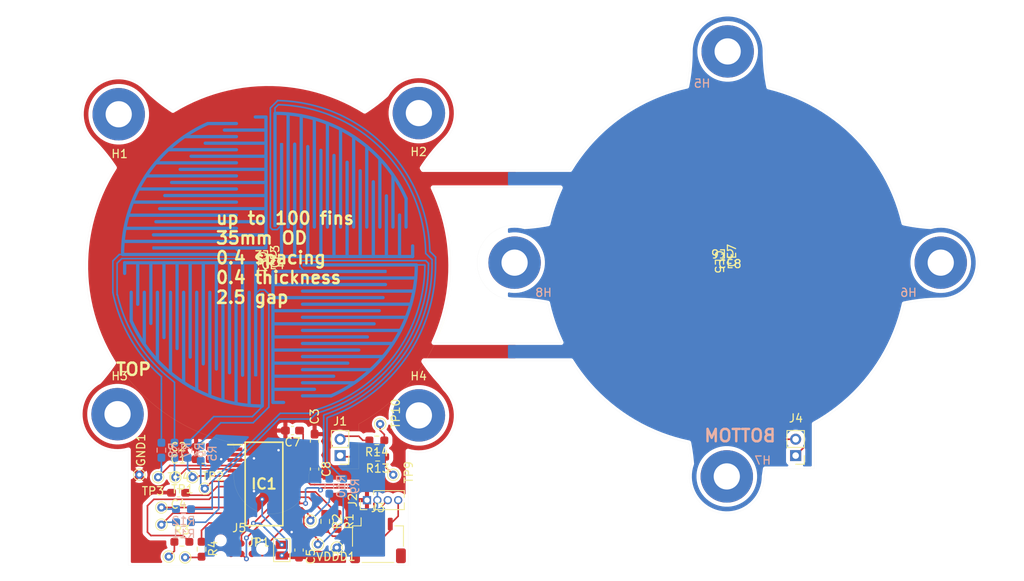
<source format=kicad_pcb>
(kicad_pcb (version 20241229) (generator "pcbnew") (generator_version "9.0")
  (layers (0 "F.Cu" signal) (2 "B.Cu" signal) (13 "F.Paste" user) (15 "B.Paste" user) (5 "F.SilkS" user "F.Silkscreen") (7 "B.SilkS" user "B.Silkscreen") (1 "F.Mask" user) (3 "B.Mask" user) (25 "Edge.Cuts" user))
  (net 0 "")
  (net 1 "Net-(IC1-VCCD)")
  (net 2 "GND")
  (net 3 "VDD")
  (net 4 "Net-(IC1-P5.2)")
  (net 5 "Net-(IC1-P5.3)")
  (net 6 "Net-(IC1-P5.0)")
  (net 7 "Net-(CE1-Pad2)")
  (net 8 "Net-(CE1-Pad1)")
  (net 9 "Net-(CE2-Pad2)")
  (net 10 "Net-(CE2-Pad1)")
  (net 15 "Net-(CE3-Pad1)")
  (net 16 "Net-(CE3-Pad2)")
  (net 17 "Net-(CE4-Pad1)")
  (net 18 "Net-(CE4-Pad2)")
  (net 19 "CAP3B")
  (net 20 "CAP2A")
  (net 22 "Net-(IC1-P0.1)")
  (net 27 "CAP0B")
  (net 28 "/RESET")
  (net 29 "Net-(IC1-P3.7)")
  (net 30 "CAP0A")
  (net 31 "CAP4A")
  (net 32 "Net-(IC1-P0.0)")
  (net 33 "CAP1A")
  (net 34 "CAP2B")
  (net 35 "CAP4B")
  (net 36 "Net-(IC1-P2.1)")
  (net 37 "Net-(IC1-P3.6)")
  (net 38 "CAP1B")
  (net 39 "Net-(IC1-P2.0)")
  (net 40 "CAP3A")
  (net 41 "SCL")
  (net 42 "SDA")
  (net 43 "/UART_TX")
  (net 44 "/UART_RX")
  (net 45 "Net-(J1-Pin_1)")
  (net 46 "Net-(J1-Pin_2)")
  (footprint "ECE382N:04W_04S_COIL_BACK" (layer "F.Cu") (at 186.462915 50.091 180)
    (property "Reference" "CE2")
    (property "Value" "C")
  )
  (footprint "MountingHole:MountingHole_3.2mm_M3_Pad" (layer "F.Cu") (at 216.813046 51.087283)
    (property "Reference" "H8")
    (property "Value" "~")
  )
  (footprint "ECE382N:04W_04S_COIL_BACK" (layer "F.Cu") (at 187.567915 50.341 90)
    (property "Reference" "CE3")
    (property "Value" "C")
  )
  (footprint "Capacitor_SMD:C_0603_1608Metric_Pad1.08x0.95mm_HandSolder" (layer "F.Cu") (at 175.8 79.2 180)
    (property "Reference" "C4")
    (property "Value" "0.1uF")
  )
  (footprint "TestPoint:TestPoint_THTPad_D1.0mm_Drill0.5mm" (layer "F.Cu") (at 177.5 77.3)
    (property "Reference" "TP2")
    (property "Value" "TestPoint")
  )
  (footprint "MountingHole:MountingHole_3.2mm_M3_Pad" (layer "F.Cu") (at 242.822646 25.280883)
    (property "Reference" "H5")
    (property "Value" "~")
  )
  (footprint "Resistor_SMD:R_0603_1608Metric_Pad0.98x0.95mm_HandSolder" (layer "F.Cu") (at 200 72.8 180)
    (property "Reference" "R14")
    (property "Value" "560")
  )
  (footprint "Connector_PinHeader_1.27mm:PinHeader_1x04_P1.27mm_Vertical" (layer "F.Cu") (at 198.795 80.1 90)
    (property "Reference" "J2")
    (property "Value" "Conn_01x04")
  )
  (footprint "Capacitor_SMD:C_0603_1608Metric_Pad1.08x0.95mm_HandSolder" (layer "F.Cu") (at 178.8 75.1 180)
    (property "Reference" "C1")
    (property "Value" "0.1uF")
  )
  (footprint "ECE382N:04W_04S_COIL_FRONT" (layer "F.Cu") (at 242.23072 49.976 180)
    (property "Reference" "CE6")
    (property "Value" "C")
  )
  (footprint "Connector_PinHeader_2.00mm:PinHeader_1x02_P2.00mm_Vertical" (layer "F.Cu") (at 251.121 74.66 180)
    (property "Reference" "J4")
    (property "Value" "Conn_01x02")
  )
  (footprint "TestPoint:TestPoint_THTPad_D1.0mm_Drill0.5mm" (layer "F.Cu") (at 175.4 77.3 180)
    (property "Reference" "TP3")
    (property "Value" "TestPoint")
  )
  (footprint "ECE382N:04W_04S_COIL_FRONT" (layer "F.Cu") (at 243.33572 50.226 90)
    (property "Reference" "CE7")
    (property "Value" "C")
  )
  (footprint "Jumper:SolderJumper-2_P1.3mm_Open_Pad1.0x1.5mm" (layer "F.Cu") (at 188.4 86.2125 90)
    (property "Reference" "JP1")
    (property "Value" "SolderJumper_2_Open")
  )
  (footprint "Capacitor_SMD:C_0603_1608Metric_Pad1.08x0.95mm_HandSolder" (layer "F.Cu") (at 192.4 72.9 90)
    (property "Reference" "C3")
    (property "Value" "2.2n")
  )
  (footprint "TestPoint:TestPoint_THTPad_D1.0mm_Drill0.5mm" (layer "F.Cu") (at 173.7 81 180)
    (property "Reference" "TP8" (hide yes))
    (property "Value" "TestPoint")
  )
  (footprint "TestPoint:TestPoint_THTPad_D1.0mm_Drill0.5mm" (layer "F.Cu") (at 202 77 180)
    (property "Reference" "TP9")
    (property "Value" "TestPoint")
  )
  (footprint "MountingHole:MountingHole_3.2mm_M3_Pad" (layer "F.Cu") (at 168.491566 32.958434)
    (property "Reference" "H1")
    (property "Value" "~")
  )
  (footprint "Connector_PinHeader_2.00mm:PinHeader_1x02_P2.00mm_Vertical" (layer "F.Cu") (at 195.5161 74.66 180)
    (property "Reference" "J1")
    (property "Value" "Conn_01x02" (hide yes))
  )
  (footprint "Connector_JST:JST_SH_SM04B-SRSS-TB_1x04-1MP_P1.00mm_Horizontal" (layer "F.Cu") (at 200.137801 85.026409)
    (property "Reference" "J3")
    (property "Value" "Conn_01x04")
  )
  (footprint "MountingHole:MountingHole_3.2mm_M3_Pad" (layer "F.Cu") (at 268.832246 51.087283)
    (property "Reference" "H6")
    (property "Value" "~")
  )
  (footprint "ECE382N:SOP65P780X200-28N" (layer "F.Cu") (at 186.223505 78.125)
    (property "Reference" "IC1")
    (property "Value" "CY8C4145PVI-PS431" (hide yes))
  )
  (footprint "TestPoint:TestPoint_THTPad_D1.0mm_Drill0.5mm" (layer "F.Cu") (at 173.3 77.3 180)
    (property "Reference" "TP4")
    (property "Value" "TestPoint")
  )
  (footprint "MountingHole:MountingHole_3.2mm_M3_Pad" (layer "F.Cu") (at 205.131046 69.749583)
    (property "Reference" "H4")
    (property "Value" "~")
  )
  (footprint "ECE382N:04W_04S_COIL_BACK" (layer "F.Cu") (at 186.012915 51.102 -90)
    (property "Reference" "CE1")
    (property "Value" "C")
  )
  (footprint "TestPoint:TestPoint_THTPad_D1.0mm_Drill0.5mm" (layer "F.Cu") (at 192.8 85.5 90)
    (property "Reference" "TP5" (hide yes))
    (property "Value" "TestPoint")
  )
  (footprint "Resistor_SMD:R_0603_1608Metric_Pad0.98x0.95mm_HandSolder" (layer "F.Cu") (at 176.2 85.2)
    (property "Reference" "R3")
    (property "Value" "330")
  )
  (footprint "TestPoint:TestPoint_THTPad_D1.0mm_Drill0.5mm" (layer "F.Cu") (at 174.6 87)
    (property "Reference" "TP11" (hide yes))
    (property "Value" "TestPoint")
  )
  (footprint "TestPoint:TestPoint_THTPad_D1.0mm_Drill0.5mm" (layer "F.Cu") (at 191.9 82.6)
    (property "Reference" "TP6" (hide yes))
    (property "Value" "TestPoint")
  )
  (footprint "ECE382N:04W_04S_COIL_BACK" (layer "F.Cu") (at 187.317915 51.362)
    (property "Reference" "CE4")
    (property "Value" "C")
  )
  (footprint "TestPoint:TestPoint_THTPad_D1.0mm_Drill0.5mm" (layer "F.Cu") (at 200.4 70.8 180)
    (property "Reference" "TP10")
    (property "Value" "TestPoint")
  )
  (footprint "Resistor_SMD:R_0603_1608Metric_Pad0.98x0.95mm_HandSolder" (layer "F.Cu") (at 178.6 86.1 90)
    (property "Reference" "R4")
    (property "Value" "330")
  )
  (footprint "Capacitor_SMD:C_0603_1608Metric_Pad1.08x0.95mm_HandSolder" (layer "F.Cu") (at 192.4 76.3 -90)
    (property "Reference" "C8")
    (property "Value" "470n")
  )
  (footprint "Resistor_SMD:R_0603_1608Metric_Pad0.98x0.95mm_HandSolder" (layer "F.Cu") (at 195.2 82.7 -90)
    (property "Reference" "R1")
    (property "Value" "330")
  )
  (footprint "TestPoint:TestPoint_THTPad_D1.0mm_Drill0.5mm" (layer "F.Cu") (at 173.7 83.1 180)
    (property "Reference" "TP7" (hide yes))
    (property "Value" "TestPoint")
  )
  (footprint "ECE382N:04W_04S_COIL_FRONT" (layer "F.Cu") (at 243.08572 51.247)
    (property "Reference" "CE8")
    (property "Value" "C")
  )
  (footprint "Connector:Tag-Connect_TC2030-IDC-NL_2x03_P1.27mm_Vertical" (layer "F.Cu") (at 183.47 86.035 180)
    (property "Reference" "J5")
    (property "Value" "Conn_ARM_SWD_TagConnect_TC2030-NL")
  )
  (footprint "TestPoint:TestPoint_THTPad_D1.0mm_Drill0.5mm" (layer "F.Cu") (at 195.1 85.9 180)
    (property "Reference" "VDDD1")
    (property "Value" "TestPoint")
  )
  (footprint "ECE382N:04W_04S_COIL_FRONT" (layer "F.Cu") (at 241.78072 50.987 -90)
    (property "Reference" "CE5")
    (property "Value" "C")
  )
  (footprint "Capacitor_SMD:C_0603_1608Metric_Pad1.08x0.95mm_HandSolder" (layer "F.Cu") (at 190.5 86.2 -90)
    (property "Reference" "C5")
    (property "Value" "1uF")
  )
  (footprint "MountingHole:MountingHole_3.2mm_M3_Pad" (layer "F.Cu") (at 168.347876 69.597883)
    (property "Reference" "H3")
    (property "Value" "~")
  )
  (footprint "MountingHole:MountingHole_3.2mm_M3_Pad" (layer "F.Cu") (at 242.715396 77.204133)
    (property "Reference" "H7")
    (property "Value" "~")
  )
  (footprint "Resistor_SMD:R_0603_1608Metric_Pad0.98x0.95mm_HandSolder" (layer "F.Cu") (at 193.7 82.7 -90)
    (property "Reference" "R2")
    (property "Value" "330")
  )
  (footprint "TestPoint:TestPoint_THTPad_D1.0mm_Drill0.5mm" (layer "F.Cu") (at 176.6 87.1)
    (property "Reference" "TP12" (hide yes))
    (property "Value" "TestPoint")
  )
  (footprint "TestPoint:TestPoint_THTPad_D1.0mm_Drill0.5mm" (layer "F.Cu") (at 171 77 -90)
    (property "Reference" "GND1")
    (property "Value" "TestPoint")
  )
  (footprint "Resistor_SMD:R_0603_1608Metric_Pad0.98x0.95mm_HandSolder" (layer "F.Cu") (at 200.1 74.8 180)
    (property "Reference" "R13")
    (property "Value" "560")
  )
  (footprint "Capacitor_SMD:C_0603_1608Metric_Pad1.08x0.95mm_HandSolder" (layer "F.Cu") (at 178.8 73.6 180)
    (property "Reference" "C2")
    (property "Value" "0.1uF")
  )
  (footprint "Capacitor_SMD:C_0603_1608Metric_Pad1.08x0.95mm_HandSolder" (layer "F.Cu") (at 189.7 71.6 180)
    (property "Reference" "C7")
    (property "Value" "470n")
  )
  (footprint "MountingHole:MountingHole_3.2mm_M3_Pad" (layer "F.Cu") (at 205.131006 32.814753)
    (property "Reference" "H2")
    (property "Value" "~")
  )
  (footprint "TestPoint:TestPoint_THTPad_D1.0mm_Drill0.5mm" (layer "F.Cu") (at 179 78.7)
    (property "Reference" "TP1")
    (property "Value" "TestPoint")
  )
  (footprint "Resistor_SMD:R_0603_1608Metric_Pad0.98x0.95mm_HandSolder" (layer "B.Cu") (at 176.4 82.8)
    (property "Reference" "R11")
    (property "Value" "560")
  )
  (footprint "Resistor_SMD:R_0603_1608Metric_Pad0.98x0.95mm_HandSolder" (layer "B.Cu") (at 178.5 74.4 90)
    (property "Reference" "R5")
    (property "Value" "560")
  )
  (footprint "Resistor_SMD:R_0603_1608Metric_Pad0.98x0.95mm_HandSolder" (layer "B.Cu") (at 173.7 74 90)
    (property "Reference" "R8")
    (property "Value" "560")
  )
  (footprint "Resistor_SMD:R_0603_1608Metric_Pad0.98x0.95mm_HandSolder" (layer "B.Cu") (at 176.4 81.2)
    (property "Reference" "R12")
    (property "Value" "560")
  )
  (footprint "Resistor_SMD:R_0603_1608Metric_Pad0.98x0.95mm_HandSolder" (layer "B.Cu") (at 176.9 74 90)
    (property "Reference" "R6")
    (property "Value" "560")
  )
  (footprint "Resistor_SMD:R_0603_1608Metric_Pad0.98x0.95mm_HandSolder" (layer "B.Cu") (at 194.2 78.4 90)
    (property "Reference" "R10")
    (property "Value" "560")
  )
  (footprint "Resistor_SMD:R_0603_1608Metric_Pad0.98x0.95mm_HandSolder" (layer "B.Cu") (at 175.3 74 90)
    (property "Reference" "R7")
    (property "Value" "560")
  )
  (footprint "Resistor_SMD:R_0603_1608Metric_Pad0.98x0.95mm_HandSolder" (layer "B.Cu") (at 195.9 78.4 90)
    (property "Reference" "R9")
    (property "Value" "560")
  )
  (gr_arc (start 242.08072 69.342) (mid 230.199447 65.004107) (end 223.908189 54.03133) (stroke (width 0.2)) (layer "F.Cu") (net 46))
  (gr_arc (start 223.91414 49.4792) (mid 228.126513 38.052858) (end 238.543406 31.744623) (stroke (width 0.2)) (layer "F.Cu") (net 46))
  (gr_arc (start 243.699965 31.736812) (mid 256.40309 37.032601) (end 261.9 49.65) (stroke (width 0.2)) (layer "F.Cu") (net 46))
  (gr_arc (start 175.173714 65.593) (mid 170.840753 60.927946) (end 168.352995 55.0672) (stroke (width 0.2)) (layer "B.Cu") (net 10))
  (gr_arc (start 205.863053 51.565005) (mid 202.033397 62.585608) (end 192.366431 69.117799) (stroke (width 0.2)) (layer "B.Cu") (net 18))
  (gr_arc (start 207.166597 51.155728) (mid 203.591214 62.679511) (end 194 70) (stroke (width 0.2)) (layer "B.Cu") (net 15))
  (gr_arc (start 187.882195 31.286187) (mid 200.876977 36.761217) (end 206.469101 49.70604) (stroke (width 0.2)) (layer "B.Cu") (net 15))
  (gr_arc (start 187.963946 31.797564) (mid 200.635265 37.240356) (end 205.964164 49.96) (stroke (width 0.2)) (layer "B.Cu") (net 16))
  (gr_arc (start 173.7 65) (mid 169.904174 60.343148) (end 167.776338 54.724707) (stroke (width 0.2)) (layer "B.Cu") (net 9))
  (gr_arc (start 206.299177 51.353274) (mid 202.486677 62.707486) (end 192.620041 69.497405) (stroke (width 0.2)) (layer "B.Cu") (net 17))
  (gr_arc (start 206.735478 51.155121) (mid 203.151587 62.548483) (end 193.569796 69.678858) (stroke (width 0.2)) (layer "B.Cu") (net 16))
  (gr_arc (start 208.766824 56.123035) (mid 204.854234 64.641913) (end 197.784146 70.797682) (stroke (width 0.008)) (layer "F.SilkS"))
  (gr_arc (start 182.464917 73.10369) (mid 174.257781 69.560132) (end 168.103842 63.076083) (stroke (width 0.008)) (layer "F.SilkS"))
  (gr_line (start 197.784146 70.797682) (end 197.784146 76.284083) (stroke (width 0.008)) (layer "F.SilkS"))
  (gr_line (start 197.784146 76.284083) (end 191.814195 76.284083) (stroke (width 0.008)) (layer "F.SilkS"))
  (gr_line (start 191.676799 77.182719) (end 191.814195 76.284083) (stroke (width 0.008)) (layer "F.SilkS"))
  (gr_arc (start 191.676799 77.182719) (mid 186.3339 81.703965) (end 182.815522 75.653404) (stroke (width 0.008)) (layer "F.SilkS"))
  (gr_arc (start 182.464917 73.10369) (mid 182.678102 74.373338) (end 182.815522 75.653404) (stroke (width 0.008)) (layer "F.SilkS"))
  (gr_arc (start 216.813046 55.653635) (mid 212.2889 50.467868) (end 218.040426 46.688975) (stroke (width 0.008)) (layer "Edge.Cuts"))
  (gr_line (start 206.966778 60.840883) (end 222.487259 60.840883) (stroke (width 0.008)) (layer "Edge.Cuts"))
  (gr_arc (start 165.262667 36.187333) (mid 166.696577 37.771834) (end 167.965653 39.49119) (stroke (width 0.008)) (layer "Edge.Cuts"))
  (gr_arc (start 222.487259 60.840883) (mid 221.529753 58.483548) (end 220.847236 56.032423) (stroke (width 0.008)) (layer "Edge.Cuts"))
  (gr_line (start 203.808246 88.069683) (end 203.808246 74.120137) (stroke (width 0.008)) (layer "Edge.Cuts"))
  (gr_arc (start 175.107991 32.487779) (mid 173.343807 31.195145) (end 171.720464 29.729536) (stroke (width 0.008)) (layer "Edge.Cuts"))
  (gr_arc (start 238.256294 25.280883) (mid 242.822646 20.714531) (end 247.388998 25.280883) (stroke (width 0.008)) (layer "Edge.Cuts"))
  (gr_line (start 208.344731 66.505547) (end 207.806458 65.772968) (stroke (width 0.008)) (layer "Edge.Cuts"))
  (gr_arc (start 247.281699 77.182719) (mid 241.9388 81.703965) (end 238.420422 75.653404) (stroke (width 0.008)) (layer "Edge.Cuts"))
  (gr_arc (start 267.604866 46.688975) (mid 273.356392 50.467868) (end 268.832246 55.653635) (stroke (width 0.008)) (layer "Edge.Cuts"))
  (gr_arc (start 223.583609 39.708083) (mid 229.665648 33.160005) (end 237.831414 29.528363) (stroke (width 0.008)) (layer "Edge.Cuts"))
  (gr_arc (start 220.895547 46.331918) (mid 219.473982 46.558391) (end 218.040426 46.688975) (stroke (width 0.008)) (layer "Edge.Cuts"))
  (gr_arc (start 264.371724 56.123035) (mid 266.58967 55.771307) (end 268.832246 55.653635) (stroke (width 0.008)) (layer "Edge.Cuts"))
  (gr_arc (start 216.813046 55.653635) (mid 218.839013 55.748539) (end 220.847236 56.032423) (stroke (width 0.008)) (layer "Edge.Cuts"))
  (gr_arc (start 205.537759 39.52963) (mid 205.594166 39.618724) (end 205.65015 39.708083) (stroke (width 0.008)) (layer "Edge.Cuts"))
  (gr_arc (start 267.604866 46.688975) (mid 265.955471 46.530284) (end 264.323254 46.244706) (stroke (width 0.008)) (layer "Edge.Cuts"))
  (gr_arc (start 175.107991 32.487779) (mid 186.826148 29.211232) (end 198.518452 32.57887) (stroke (width 0.008)) (layer "Edge.Cuts"))
  (gr_line (start 253.389046 70.797682) (end 253.389046 76.284083) (stroke (width 0.008)) (layer "Edge.Cuts"))
  (gr_line (start 169.670646 73.968446) (end 169.670646 88.069683) (stroke (width 0.008)) (layer "Edge.Cuts"))
  (gr_arc (start 238.256294 25.280883) (mid 238.149809 27.415222) (end 237.831414 29.528363) (stroke (width 0.008)) (layer "Edge.Cuts"))
  (gr_arc (start 201.153049 30.572566) (mid 207.892066 29.177708) (end 208.359909 36.043649) (stroke (width 0.008)) (layer "Edge.Cuts"))
  (gr_arc (start 247.833969 29.626599) (mid 247.500531 27.465102) (end 247.388998 25.280883) (stroke (width 0.008)) (layer "Edge.Cuts"))
  (gr_arc (start 207.806458 65.772968) (mid 206.71664 64.502747) (end 205.729285 63.151349) (stroke (width 0.008)) (layer "Edge.Cuts"))
  (gr_line (start 223.708742 63.076083) (end 205.775282 63.076083) (stroke (width 0.008)) (layer "Edge.Cuts"))
  (gr_arc (start 201.153049 30.572566) (mid 199.874538 31.626653) (end 198.518452 32.57887) (stroke (width 0.008)) (layer "Edge.Cuts"))
  (gr_arc (start 205.775282 63.076083) (mid 205.752322 63.113739) (end 205.729285 63.151349) (stroke (width 0.008)) (layer "Edge.Cuts"))
  (gr_arc (start 205.537759 39.52963) (mid 206.857374 37.712596) (end 208.359909 36.043649) (stroke (width 0.008)) (layer "Edge.Cuts"))
  (gr_line (start 205.65015 39.708083) (end 223.583609 39.708083) (stroke (width 0.008)) (layer "Edge.Cuts"))
  (gr_arc (start 264.371724 56.123035) (mid 260.459134 64.641913) (end 253.389046 70.797682) (stroke (width 0.008)) (layer "Edge.Cuts"))
  (gr_arc (start 238.069817 73.10369) (mid 229.862681 69.560132) (end 223.708742 63.076083) (stroke (width 0.008)) (layer "Edge.Cuts"))
  (gr_arc (start 208.344731 66.505547) (mid 209.053974 72.086716) (end 203.808246 74.120137) (stroke (width 0.008)) (layer "Edge.Cuts"))
  (gr_arc (start 238.069817 73.10369) (mid 238.283002 74.373338) (end 238.420422 75.653404) (stroke (width 0.008)) (layer "Edge.Cuts"))
  (gr_line (start 222.392107 41.943283) (end 206.871633 41.943283) (stroke (width 0.008)) (layer "Edge.Cuts"))
  (gr_line (start 247.281699 77.182719) (end 247.419095 76.284083) (stroke (width 0.008)) (layer "Edge.Cuts"))
  (gr_arc (start 206.871633 41.943283) (mid 209.021783 51.381497) (end 206.966778 60.840883) (stroke (width 0.008)) (layer "Edge.Cuts"))
  (gr_arc (start 220.895547 46.331918) (mid 221.529363 44.098566) (end 222.392107 41.943283) (stroke (width 0.008)) (layer "Edge.Cuts"))
  (gr_arc (start 169.670646 73.968446) (mid 164.148379 71.391131) (end 166.105697 65.619918) (stroke (width 0.008)) (layer "Edge.Cuts"))
  (gr_line (start 169.670646 88.069683) (end 203.808246 88.069683) (stroke (width 0.008)) (layer "Edge.Cuts"))
  (gr_arc (start 165.262667 36.187333) (mid 165.262667 29.729535) (end 171.720464 29.729536) (stroke (width 0.008)) (layer "Edge.Cuts"))
  (gr_arc (start 167.872095 63.348564) (mid 164.456998 51.406301) (end 167.965653 39.49119) (stroke (width 0.008)) (layer "Edge.Cuts"))
  (gr_line (start 253.389046 76.284083) (end 247.419095 76.284083) (stroke (width 0.008)) (layer "Edge.Cuts"))
  (gr_arc (start 167.872095 63.348564) (mid 167.027037 64.513902) (end 166.105697 65.619918) (stroke (width 0.008)) (layer "Edge.Cuts"))
  (gr_arc (start 247.833969 29.626599) (mid 258.436826 35.595719) (end 264.323254 46.244706) (stroke (width 0.008)) (layer "Edge.Cuts"))
  (gr_text "TOP" (at 168 65 0) (layer "F.SilkS") (effects (font (size 1.5 1.5) (thickness 0.3) (bold yes)) (justify left bottom)))
  (gr_text "up to 100 fins\n35mm OD\n0.4 spacing\n0.4 thickness\n2.5 gap" (at 180.2 56.2 0) (layer "F.SilkS") (effects (font (size 1.5 1.5) (thickness 0.3) (bold yes)) (justify left bottom)))
  (gr_text "BOTTOM" (at 248.85 73.1 0) (layer "B.SilkS") (effects (font (size 1.5 1.5) (thickness 0.3) (bold yes)) (justify left bottom mirror)))
  (segment (start 180.1 73.9) (end 182.685505 73.9) (width 0.2) (layer "F.Cu") (net 1))
  (segment (start 184.1 79.1) (end 185 80) (width 0.2) (layer "F.Cu") (net 2))
  (segment (start 198.795 82.86921) (end 198.637801 83.026409) (width 0.2) (layer "F.Cu") (net 2))
  (segment (start 198.795 80.1) (end 198.795 82.86921) (width 0.2) (layer "F.Cu") (net 2))
  (segment (start 182.2 84.8) (end 183.699 83.301) (width 0.2) (layer "F.Cu") (net 2))
  (segment (start 185 74) (end 186 74) (width 0.2) (layer "F.Cu") (net 2))
  (segment (start 184.301 82.9661) (end 184.301 82) (width 0.2) (layer "F.Cu") (net 2))
  (segment (start 182.685505 74.55) (end 184.45 74.55) (width 0.2) (layer "F.Cu") (net 2))
  (segment (start 184.301 82) (end 185 82) (width 0.2) (layer "F.Cu") (net 2))
  (segment (start 183.699 83.301) (end 183.9661 83.301) (width 0.2) (layer "F.Cu") (net 2))
  (segment (start 184.45 74.55) (end 185 74) (width 0.2) (layer "F.Cu") (net 2))
  (segment (start 183.9661 83.301) (end 184.301 82.9661) (width 0.2) (layer "F.Cu") (net 2))
  (segment (start 182.685505 79.1) (end 184.1 79.1) (width 0.2) (layer "F.Cu") (net 2))
  (segment (start 182.2 85.4) (end 182.2 84.8) (width 0.2) (layer "F.Cu") (net 2))
  (via (at 186 80) (size 0.6) (drill 0.3) (layers "F.Cu" "B.Cu") (net 2))
  (via (at 188.4 86.862499) (size 0.6) (drill 0.3) (layers "F.Cu" "B.Cu") (net 2))
  (segment (start 189 85) (end 189 86.262499) (width 0.2) (layer "B.Cu") (net 2))
  (segment (start 186 82) (end 189 85) (width 0.2) (layer "B.Cu") (net 2))
  (segment (start 189 86.262499) (end 188.4 86.862499) (width 0.2) (layer "B.Cu") (net 2))
  (segment (start 186 80) (end 186 82) (width 0.2) (layer "B.Cu") (net 2))
  (segment (start 182.685505 75.2) (end 184.8 75.2) (width 0.2) (layer "F.Cu") (net 3))
  (segment (start 182.585505 75.1) (end 182.685505 75.2) (width 0.2) (layer "F.Cu") (net 3))
  (segment (start 179.464686 79.501) (end 180.515686 78.45) (width 0.2) (layer "F.Cu") (net 3))
  (segment (start 179.6625 75.1) (end 181 75.1) (width 0.2) (layer "F.Cu") (net 3))
  (segment (start 195.1 85.9) (end 194.600001 86.399999) (width 0.2) (layer "F.Cu") (net 3))
  (segment (start 176.963501 79.501) (end 179.464686 79.501) (width 0.2) (layer "F.Cu") (net 3))
  (segment (start 181 75.1) (end 182.585505 75.1) (width 0.2) (layer "F.Cu") (net 3))
  (segment (start 184.45 78.45) (end 185 79) (width 0.2) (layer "F.Cu") (net 3))
  (segment (start 180.515686 78.45) (end 182.685505 78.45) (width 0.2) (layer "F.Cu") (net 3))
  (segment (start 189.761505 73.9) (end 188.1 73.9) (width 0.2) (layer "F.Cu") (net 3))
  (segment (start 190.5 85.337499) (end 190.5 84.9) (width 0.2) (layer "F.Cu") (net 3))
  (segment (start 194.600001 86.399999) (end 191.5625 86.399999) (width 0.2) (layer "F.Cu") (net 3))
  (segment (start 200.065 80.1) (end 199.637801 80.527199) (width 0.2) (layer "F.Cu") (net 3))
  (segment (start 188.1 73.9) (end 188 74) (width 0.2) (layer "F.Cu") (net 3))
  (segment (start 184.74 85.4) (end 185.150252 84.989748) (width 0.2) (layer "F.Cu") (net 3))
  (segment (start 176.662501 79.2) (end 176.963501 79.501) (width 0.2) (layer "F.Cu") (net 3))
  (segment (start 189.6 82.511505) (end 189.761505 82.35) (width 0.2) (layer "F.Cu") (net 3))
  (segment (start 185.150252 84.989748) (end 185.999901 84.989748) (width 0.2) (layer "F.Cu") (net 3))
  (segment (start 182.685505 78.45) (end 184.45 78.45) (width 0.2) (layer "F.Cu") (net 3))
  (segment (start 184.8 75.2) (end 185 75) (width 0.2) (layer "F.Cu") (net 3))
  (segment (start 189.6 84) (end 189.6 82.511505) (width 0.2) (layer "F.Cu") (net 3))
  (segment (start 199.637801 80.527199) (end 199.637801 83.026409) (width 0.2) (layer "F.Cu") (net 3))
  (segment (start 191.5625 86.399999) (end 190.5 85.337499) (width 0.2) (layer "F.Cu") (net 3))
  (segment (start 190.5 84.9) (end 189.6 84) (width 0.2) (layer "F.Cu") (net 3))
  (via (at 185 75) (size 0.6) (drill 0.3) (layers "F.Cu" "B.Cu") (net 3))
  (via (at 185.999901 84.989748) (size 0.6) (drill 0.3) (layers "F.Cu" "B.Cu") (net 3))
  (via (at 185 79) (size 0.6) (drill 0.3) (layers "F.Cu" "B.Cu") (net 3))
  (via (at 181 75.1) (size 0.6) (drill 0.3) (layers "F.Cu" "B.Cu") (net 3))
  (via (at 188 74) (size 0.6) (drill 0.3) (layers "F.Cu" "B.Cu") (net 3))
  (via (at 189.6 84) (size 0.6) (drill 0.3) (layers "F.Cu" "B.Cu") (net 3))
  (segment (start 200.065 80.1) (end 200.065 80.935) (width 0.2) (layer "B.Cu") (net 3))
  (segment (start 200 81) (end 199.5 81.5) (width 0.2) (layer "B.Cu") (net 3))
  (segment (start 200.065 80.935) (end 200 81) (width 0.2) (layer "B.Cu") (net 3))
  (segment (start 200.065 80.1) (end 200.065 78.565) (width 0.2) (layer "B.Cu") (net 3))
  (segment (start 192.2 73.737499) (end 190.737499 75.2) (width 0.2) (layer "F.Cu") (net 4))
  (segment (start 190.737499 75.2) (end 189.761505 75.2) (width 0.2) (layer "F.Cu") (net 4))
  (segment (start 191 74.199999) (end 190.649999 74.55) (width 0.2) (layer "F.Cu") (net 5))
  (segment (start 190.562501 71.6) (end 191 72.037499) (width 0.2) (layer "F.Cu") (net 5))
  (segment (start 190.649999 74.55) (end 189.761505 74.55) (width 0.2) (layer "F.Cu") (net 5))
  (segment (start 191 72.037499) (end 191 74.199999) (width 0.2) (layer "F.Cu") (net 5))
  (segment (start 191.987499 75.85) (end 189.761505 75.85) (width 0.2) (layer "F.Cu") (net 6))
  (segment (start 192.4 75.437499) (end 191.987499 75.85) (width 0.2) (layer "F.Cu") (net 6))
  (segment (start 184.8 69.9) (end 180.0875 69.9) (width 0.2) (layer "B.Cu") (net 7))
  (segment (start 186.012915 61.402) (end 186.012915 68.687085) (width 0.2) (layer "B.Cu") (net 7))
  (segment (start 180.0875 69.9) (end 176.9 73.0875) (width 0.2) (layer "B.Cu") (net 7))
  (segment (start 186.012915 68.687085) (end 184.8 69.9) (width 0.2) (layer "B.Cu") (net 7))
  (segment (start 180.95 70.65) (end 184.9 70.65) (width 0.2) (layer "B.Cu") (net 8))
  (segment (start 178.5 73.075) (end 178.525 73.075) (width 0.2) (layer "B.Cu") (net 8))
  (segment (start 185.212915 54.887085) (end 185.212915 57.793) (width 0.2) (layer "B.Cu") (net 8))
  (segment (start 178.525 73.075) (end 180.95 70.65) (width 0.2) (layer "B.Cu") (net 8))
  (segment (start 186.816915 68.733085) (end 186.816915 54.93613) (width 0.2) (layer "B.Cu") (net 8))
  (segment (start 184.9 70.65) (end 186.816915 68.733085) (width 0.2) (layer "B.Cu") (net 8))
  (segment (start 186.816915 54.93613) (end 186.281785 54.401) (width 0.2) (layer "B.Cu") (net 8))
  (segment (start 186.281785 54.401) (end 185.699 54.401) (width 0.2) (layer "B.Cu") (net 8))
  (segment (start 185.699 54.401) (end 185.212915 54.887085) (width 0.2) (layer "B.Cu") (net 8))
  (segment (start 170.65 50.1) (end 169.717815 50.1) (width 0.2) (layer "B.Cu") (net 9))
  (segment (start 176.662915 50.091) (end 168.562915 50.091) (width 0.2) (layer "B.Cu") (net 9))
  (segment (start 168.562915 50.091) (end 167.776338 50.877577) (width 0.2) (layer "B.Cu") (net 9))
  (segment (start 176.662915 50.091) (end 170.407157 50.091) (width 0.2) (layer "B.Cu") (net 9))
  (segment (start 171.012057 50.091) (end 170.679857 50.091) (width 0.2) (layer "B.Cu") (net 9))
  (segment (start 169.717815 50.1) (end 169.385615 50.1) (width 0.2) (layer "B.Cu") (net 9))
  (segment (start 167.776338 50.877577) (end 167.776338 54.724707) (width 0.2) (layer "B.Cu") (net 9))
  (segment (start 173.7 73.0875) (end 173.7 65.9049) (width 0.2) (layer "B.Cu") (net 9))
  (segment (start 173.7 65.9049) (end 173.7 65) (width 0.2) (layer "B.Cu") (net 9))
  (segment (start 175.3 73.0875) (end 175.3 65.719286) (width 0.2) (layer "B.Cu") (net 10))
  (segment (start 168.855815 50.592) (end 182.931785 50.592) (width 0.2) (layer "B.Cu") (net 10))
  (segment (start 182.931785 50.592) (end 183.163915 50.35987) (width 0.2) (layer "B.Cu") (net 10))
  (segment (start 168.352995 55.0672) (end 168.2951 55.009305) (width 0.2) (layer "B.Cu") (net 10))
  (segment (start 183.640689 49.291) (end 179.771915 49.291) (width 0.2) (layer "B.Cu") (net 10))
  (segment (start 168.2951 55.009305) (end 168.2951 51.152715) (width 0.2) (layer "B.Cu") (net 10))
  (segment (start 183.163915 49.82213) (end 182.632785 49.291) (width 0.2) (layer "B.Cu") (net 10))
  (segment (start 183.163915 50.35987) (end 183.163915 49.82213) (width 0.2) (layer "B.Cu") (net 10))
  (segment (start 168.2951 51.152715) (end 168.855815 50.592) (width 0.2) (layer "B.Cu") (net 10))
  (segment (start 175.3 65.719286) (end 175.173714 65.593) (width 0.2) (layer "B.Cu") (net 10))
  (segment (start 182.632785 49.291) (end 179.771915 49.291) (width 0.2) (layer "B.Cu") (net 10))
  (segment (start 195.9 77.4875) (end 193.9125 75.5) (width 0.2) (layer "B.Cu") (net 15))
  (segment (start 206.469101 49.70604) (end 207.166597 50.403536) (width 0.2) (layer "B.Cu") (net 15))
  (segment (start 187 32.185223) (end 187 46.8) (width 0.2) (layer "B.Cu") (net 15))
  (segment (start 187.899036 31.286187) (end 187 32.185223) (width 0.2) (layer "B.Cu") (net 15))
  (segment (start 188.367915 43.65) (end 188.367915 47.805) (width 0.2) (layer "B.Cu") (net 15))
  (segment (start 207.166597 50.403536) (end 207.166597 51.155728) (width 0.2) (layer "B.Cu") (net 15))
  (segment (start 188.367915 46.51087) (end 188.367915 43.65) (width 0.2) (layer "B.Cu") (net 15))
  (segment (start 193.9125 70.0875) (end 194 70) (width 0.2) (layer "B.Cu") (net 15))
  (segment (start 187 46.8) (end 187.242 47.042) (width 0.2) (layer "B.Cu") (net 15))
  (segment (start 187.836785 47.042) (end 188.367915 46.51087) (width 0.2) (layer "B.Cu") (net 15))
  (segment (start 193.9125 75.5) (end 193.9125 70.0875) (width 0.2) (layer "B.Cu") (net 15))
  (segment (start 187.242 47.042) (end 187.836785 47.042) (width 0.2) (layer "B.Cu") (net 15))
  (segment (start 187.567915 32.193595) (end 187.963946 31.797564) (width 0.2) (layer "B.Cu") (net 16))
  (segment (start 187.567915 40.441) (end 187.567915 32.193595) (width 0.2) (layer "B.Cu") (net 16))
  (segment (start 193.5115 75.6661) (end 194.3 76.4546) (width 0.2) (layer "B.Cu") (net 16))
  (segment (start 193.5115 69.737154) (end 193.5115 70.9885) (width 0.2) (layer "B.Cu") (net 16))
  (segment (start 193.5115 71) (end 193.5115 75.6661) (width 0.2) (layer "B.Cu") (net 16))
  (segment (start 193.5115 70.9885) (end 193.5 71) (width 0.2) (layer "B.Cu") (net 16))
  (segment (start 205.964164 49.96) (end 206.735478 50.731314) (width 0.2) (layer "B.Cu") (net 16))
  (segment (start 187.963946 31.797564) (end 187.954759 31.797564) (width 0.2) (layer "B.Cu") (net 16))
  (segment (start 193.569796 69.678858) (end 193.5115 69.737154) (width 0.2) (layer "B.Cu") (net 16))
  (segment (start 194.3 76.4546) (end 194.3 77.3875) (width 0.2) (layer "B.Cu") (net 16))
  (segment (start 206.735478 50.731314) (end 206.735478 51.155121) (width 0.2) (layer "B.Cu") (net 16))
  (segment (start 194.3 77.3875) (end 194.2 77.4875) (width 0.2) (layer "B.Cu") (net 16))
  (segment (start 193.5 71) (end 193.5115 71) (width 0.2) (layer "B.Cu") (net 16))
  (segment (start 179.1 82.8) (end 177.3125 82.8) (width 0.2) (layer "B.Cu") (net 17))
  (segment (start 192.620041 69.497405) (end 191.9251 70.192346) (width 0.2) (layer "B.Cu") (net 17))
  (segment (start 191.148045 52.162) (end 194.008915 52.162) (width 0.2) (layer "B.Cu") (net 17))
  (segment (start 190.616915 51.09313) (end 190.616915 51.63087) (width 0.2) (layer "B.Cu") (net 17))
  (segment (start 180.7 77.5671) (end 180.7 81.2) (width 0.2) (layer "B.Cu") (net 17))
  (segment (start 190.868045 50.842) (end 190.616915 51.09313) (width 0.2) (layer "B.Cu") (net 17))
  (segment (start 180.7 81.2) (end 179.1 82.8) (width 0.2) (layer "B.Cu") (net 17))
  (segment (start 206.299177 51.353274) (end 206.299177 51.173261) (width 0.2) (layer "B.Cu") (net 17))
  (segment (start 188.074754 70.192346) (end 180.7 77.5671) (width 0.2) (layer "B.Cu") (net 17))
  (segment (start 206.299177 51.173261) (end 205.967916 50.842) (width 0.2) (layer "B.Cu") (net 17))
  (segment (start 191.9251 70.192346) (end 188.074754 70.192346) (width 0.2) (layer "B.Cu") (net 17))
  (segment (start 190.616915 51.63087) (end 191.148045 52.162) (width 0.2) (layer "B.Cu") (net 17))
  (segment (start 205.967916 50.842) (end 190.868045 50.842) (width 0.2) (layer "B.Cu") (net 17))
  (segment (start 205.815189 51.362) (end 197.617915 51.362) (width 0.2) (layer "B.Cu") (net 18))
  (segment (start 191.992115 69.492115) (end 188.207885 69.492115) (width 0.2) (layer "B.Cu") (net 18))
  (segment (start 179.9 77.8) (end 179.9 81.2) (width 0.2) (layer "B.Cu") (net 18))
  (segment (start 192.366431 69.117799) (end 191.992115 69.492115) (width 0.2) (layer "B.Cu") (net 18))
  (segment (start 205.863053 51.409864) (end 205.815189 51.362) (width 0.2) (layer "B.Cu") (net 18))
  (segment (start 205.863053 51.565005) (end 205.863053 51.409864) (width 0.2) (layer "B.Cu") (net 18))
  (segment (start 179.9 81.2) (end 177.3125 81.2) (width 0.2) (layer "B.Cu") (net 18))
  (segment (start 188.207885 69.492115) (end 179.9 77.8) (width 0.2) (layer "B.Cu") (net 18))
  (segment (start 190.849005 81.05) (end 189.761505 81.05) (width 0.2) (layer "F.Cu") (net 19))
  (segment (start 191.9 82.100995) (end 190.849005 81.05) (width 0.2) (layer "F.Cu") (net 19))
  (segment (start 189.761505 81.174) (end 189.761505 81.05) (width 0.2) (layer "F.Cu") (net 19))
  (segment (start 194.2 80.3) (end 191.9 82.6) (width 0.2) (layer "B.Cu") (net 19))
  (segment (start 194.2 79.3125) (end 194.2 80.3) (width 0.2) (layer "B.Cu") (net 19))
  (segment (start 182.685505 76.5) (end 182.561505 76.376) (width 0.2) (layer "F.Cu") (net 20))
  (segment (start 176.723 76.277) (end 175.6 77.4) (width 0.2) (layer "F.Cu") (net 20))
  (segment (start 181.497005 76.376) (end 181.497005 76.277) (width 0.2) (layer "F.Cu") (net 20))
  (segment (start 181.497005 76.277) (end 176.723 76.277) (width 0.2) (layer "F.Cu") (net 20))
  (segment (start 182.561505 76.376) (end 181.497005 76.376) (width 0.2) (layer "F.Cu") (net 20))
  (segment (start 175.3 77.1) (end 175.6 77.4) (width 0.2) (layer "B.Cu") (net 20))
  (segment (start 175.3 74.9125) (end 175.3 77.1) (width 0.2) (layer "B.Cu") (net 20))
  (segment (start 183.477687 86.67) (end 184.07737 87.269683) (width 0.2) (layer "F.Cu") (net 22))
  (segment (start 188.2 78.3329) (end 188.2 78.274005) (width 0.2) (layer "F.Cu") (net 22))
  (segment (start 188.172005 78.360895) (end 188.2 78.3329) (width 0.2) (layer "F.Cu") (net 22))
  (segment (start 188.2 78.274005) (end 188.674005 77.8) (width 0.2) (layer "F.Cu") (net 22))
  (segment (start 188.172005 80.627995) (end 188.172005 78.360895) (width 0.2) (layer "F.Cu") (net 22))
  (segment (start 184.07737 84.72263) (end 188.172005 80.627995) (width 0.2) (layer "F.Cu") (net 22))
  (segment (start 183.47 86.67) (end 183.477687 86.67) (width 0.2) (layer "F.Cu") (net 22))
  (segment (start 188.674005 77.8) (end 189.761505 77.8) (width 0.2) (layer "F.Cu") (net 22))
  (via (at 184.07737 87.269683) (size 0.6) (drill 0.3) (layers "F.Cu" "B.Cu") (net 22))
  (via (at 184.07737 84.72263) (size 0.6) (drill 0.3) (layers "F.Cu" "B.Cu") (net 22))
  (segment (start 184.07737 84.72263) (end 184.07737 87.269683) (width 0.2) (layer "B.Cu") (net 22))
  (segment (start 192.4 78.2) (end 191.9 78.2) (width 0.2) (layer "F.Cu") (net 27))
  (segment (start 200 73.7125) (end 200 75.2454) (width 0.2) (layer "F.Cu") (net 27))
  (segment (start 200.4 71.575) (end 200.4 70.8) (width 0.2) (layer "F.Cu") (net 27))
  (segment (start 192.401 78.199) (end 192.4 78.2) (width 0.2) (layer "F.Cu") (net 27))
  (segment (start 190.85 77.15) (end 189.761505 77.15) (width 0.2) (layer "F.Cu") (net 27))
  (segment (start 200 75.2454) (end 197.0464 78.199) (width 0.2) (layer "F.Cu") (net 27))
  (segment (start 200.9125 72.8) (end 200 73.7125) (width 0.2) (layer "F.Cu") (net 27))
  (segment (start 200.9125 72.8) (end 200.9125 72.0875) (width 0.2) (layer "F.Cu") (net 27))
  (segment (start 197.0464 78.199) (end 192.401 78.199) (width 0.2) (layer "F.Cu") (net 27))
  (segment (start 200.9125 72.0875) (end 200.4 71.575) (width 0.2) (layer "F.Cu") (net 27))
  (segment (start 191.9 78.2) (end 190.85 77.15) (width 0.2) (layer "F.Cu") (net 27))
  (segment (start 184.93355 82.93355) (end 187.771005 80.096095) (width 0.2) (layer "F.Cu") (net 28))
  (segment (start 183.47 84.77) (end 183.47 85.4) (width 0.2) (layer "F.Cu") (net 28))
  (segment (start 183.8182 84.03033) (end 183.81822 84.03035) (width 0.2) (layer "F.Cu") (net 28))
  (segment (start 183.47 85.4) (end 183.47 84.3971) (width 0.2) (layer "F.Cu") (net 28))
  (segment (start 183.47 84.3971) (end 184.93355 82.93355) (width 0.2) (layer "F.Cu") (net 28))
  (segment (start 188.697005 76.5) (end 189.761505 76.5) (width 0.2) (layer "F.Cu") (net 28))
  (segment (start 187.771005 80.096095) (end 187.771005 77.426) (width 0.2) (layer "F.Cu") (net 28))
  (segment (start 187.771005 77.426) (end 188.697005 76.5) (width 0.2) (layer "F.Cu") (net 28))
  (via (at 188.4 85.562501) (size 0.6) (drill 0.3) (layers "F.Cu" "B.Cu") (net 28))
  (via (at 184.93355 82.93355) (size 0.6) (drill 0.3) (layers "F.Cu" "B.Cu") (net 28))
  (segment (start 188.4 85.562501) (end 185.771048 82.93355) (width 0.2) (layer "B.Cu") (net 28))
  (segment (start 185.771048 82.93355) (end 184.93355 82.93355) (width 0.2) (layer "B.Cu") (net 28))
  (segment (start 192.5125 79.1) (end 195.2 81.7875) (width 0.2) (layer "F.Cu") (net 29))
  (segment (start 189.761505 79.1) (end 192.5125 79.1) (width 0.2) (layer "F.Cu") (net 29))
  (segment (start 201.0125 74.8) (end 201.0125 76.0125) (width 0.2) (layer "F.Cu") (net 30))
  (segment (start 193.130515 78.869485) (end 193.130515 78.678522) (width 0.2) (layer "F.Cu") (net 30))
  (segment (start 201.0125 76.0125) (end 202 77) (width 0.2) (layer "F.Cu") (net 30))
  (segment (start 193.209037 78.6) (end 197.2125 78.6) (width 0.2) (layer "F.Cu") (net 30))
  (segment (start 191.3 80.5) (end 189.861505 80.5) (width 0.2) (layer "F.Cu") (net 30))
  (segment (start 197.2125 78.6) (end 201.0125 74.8) (width 0.2) (layer "F.Cu") (net 30))
  (segment (start 193.130515 78.678522) (end 193.209037 78.6) (width 0.2) (layer "F.Cu") (net 30))
  (segment (start 189.861505 80.5) (end 189.761505 80.4) (width 0.2) (layer "F.Cu") (net 30))
  (via (at 193.130515 78.869485) (size 0.6) (drill 0.3) (layers "F.Cu" "B.Cu") (net 30))
  (via (at 191.3 80.5) (size 0.6) (drill 0.3) (layers "F.Cu" "B.Cu") (net 30))
  (segment (start 192.861029 78.6) (end 191.5 78.6) (width 0.2) (layer "B.Cu") (net 30))
  (segment (start 193.130515 78.869485) (end 192.861029 78.6) (width 0.2) (layer "B.Cu") (net 30))
  (segment (start 191.5 78.6) (end 191.3 78.8) (width 0.2) (layer "B.Cu") (net 30))
  (segment (start 191.3 78.8) (end 191.3 80.5) (width 0.2) (layer "B.Cu") (net 30))
  (segment (start 175.1 81.7) (end 182.685505 81.7) (width 0.2) (layer "F.Cu") (net 31))
  (segment (start 173.7 83.1) (end 175.1 81.7) (width 0.2) (layer "F.Cu") (net 31))
  (segment (start 175.4875 82.8) (end 174 82.8) (width 0.2) (layer "B.Cu") (net 31))
  (segment (start 174 82.8) (end 173.7 83.1) (width 0.2) (layer "B.Cu") (net 31))
  (segment (start 188.573005 78.526995) (end 188.573005 83.537496) (width 0.2) (layer "F.Cu") (net 32))
  (segment (start 188.65 78.45) (end 188.573005 78.526995) (width 0.2) (layer "F.Cu") (net 32))
  (segment (start 186.8563 86.385549) (end 186.360549 86.8813) (width 0.2) (layer "F.Cu") (net 32))
  (segment (start 184.9513 86.8813) (end 184.74 86.67) (width 0.2) (layer "F.Cu") (net 32))
  (segment (start 188.573005 83.537496) (end 186.8563 85.254201) (width 0.2) (layer "F.Cu") (net 32))
  (segment (start 189.761505 78.45) (end 188.65 78.45) (width 0.2) (layer "F.Cu") (net 32))
  (segment (start 186.360549 86.8813) (end 184.9513 86.8813) (width 0.2) (layer "F.Cu") (net 32))
  (segment (start 186.8563 85.254201) (end 186.8563 86.385549) (width 0.2) (layer "F.Cu") (net 32))
  (segment (start 179.1 78.6) (end 179.9 77.8) (width 0.2) (layer "F.Cu") (net 33))
  (segment (start 179.9 77.8) (end 182.685505 77.8) (width 0.2) (layer "F.Cu") (net 33))
  (segment (start 178.5 75.3125) (end 178.5 78.2) (width 0.2) (layer "B.Cu") (net 33))
  (segment (start 178.5 78.2) (end 179 78.7) (width 0.2) (layer "B.Cu") (net 33))
  (segment (start 178.5 75.3125) (end 179.1 75.9125) (width 0.2) (layer "B.Cu") (net 33))
  (segment (start 182.659505 75.876) (end 174.776 75.876) (width 0.2) (layer "F.Cu") (net 34))
  (segment (start 182.685505 75.85) (end 182.659505 75.876) (width 0.2) (layer "F.Cu") (net 34))
  (segment (start 173.3 77.3) (end 174.75 75.85) (width 0.2) (layer "F.Cu") (net 34))
  (segment (start 174.776 75.876) (end 174.75 75.85) (width 0.2) (layer "F.Cu") (net 34))
  (segment (start 173.7 74.9125) (end 173.7 76.9) (width 0.2) (layer "B.Cu") (net 34))
  (segment (start 173.7 76.9) (end 173.3 77.3) (width 0.2) (layer "B.Cu") (net 34))
  (segment (start 182.635505 81) (end 182.685505 81.05) (width 0.2) (layer "F.Cu") (net 35))
  (segment (start 173.7 81) (end 182.635505 81) (width 0.2) (layer "F.Cu") (net 35))
  (segment (start 175.4875 81.2) (end 173.9 81.2) (width 0.2) (layer "B.Cu") (net 35))
  (segment (start 173.9 81.2) (end 173.7 81) (width 0.2) (layer "B.Cu") (net 35))
  (segment (start 178.6 85.1875) (end 178.6 83.8) (width 0.2) (layer "F.Cu") (net 36))
  (segment (start 183.8 82.9) (end 183.9 82.8) (width 0.2) (layer "F.Cu") (net 36))
  (segment (start 178.6 83.8) (end 179.5 82.9) (width 0.2) (layer "F.Cu") (net 36))
  (segment (start 183.9 80.549995) (end 183.750005 80.4) (width 0.2) (layer "F.Cu") (net 36))
  (segment (start 179.5 82.9) (end 183.8 82.9) (width 0.2) (layer "F.Cu") (net 36))
  (segment (start 183.9 82.8) (end 183.9 80.549995) (width 0.2) (layer "F.Cu") (net 36))
  (segment (start 183.750005 80.4) (end 182.685505 80.4) (width 0.2) (layer "F.Cu") (net 36))
  (segment (start 191.6625 79.75) (end 193.7 81.7875) (width 0.2) (layer "F.Cu") (net 37))
  (segment (start 189.761505 79.75) (end 191.6625 79.75) (width 0.2) (layer "F.Cu") (net 37))
  (segment (start 189.696505 79.815) (end 189.761505 79.75) (width 0.2) (layer "F.Cu") (net 37))
  (segment (start 178 77.4) (end 178.25 77.15) (width 0.2) (layer "F.Cu") (net 38))
  (segment (start 178.25 77.15) (end 182.685505 77.15) (width 0.2) (layer "F.Cu") (net 38))
  (segment (start 176.9 74.9125) (end 176.9 76.3) (width 0.2) (layer "B.Cu") (net 38))
  (segment (start 176.9 76.3) (end 178 77.4) (width 0.2) (layer "B.Cu") (net 38))
  (segment (start 182.685505 79.75) (end 179.782786 79.75) (width 0.2) (layer "F.Cu") (net 39))
  (segment (start 179.532786 80) (end 172.783607 80) (width 0.2) (layer "F.Cu") (net 39))
  (segment (start 172.783607 80) (end 172 80.783607) (width 0.2) (layer "F.Cu") (net 39))
  (segment (start 172.424 84.424) (end 176.3365 84.424) (width 0.2) (layer "F.Cu") (net 39))
  (segment (start 179.782786 79.75) (end 179.532786 80) (width 0.2) (layer "F.Cu") (net 39))
  (segment (start 172 80.783607) (end 172 84) (width 0.2) (layer "F.Cu") (net 39))
  (segment (start 176.3365 84.424) (end 177.1125 85.2) (width 0.2) (layer "F.Cu") (net 39))
  (segment (start 172 84) (end 172.424 84.424) (width 0.2) (layer "F.Cu") (net 39))
  (segment (start 189.761505 81.7) (end 190.931905 81.7) (width 0.2) (layer "F.Cu") (net 40))
  (segment (start 191.099 81.867095) (end 191.099 83.199) (width 0.2) (layer "F.Cu") (net 40))
  (segment (start 192.8 84.9) (end 192.8 85.5) (width 0.2) (layer "F.Cu") (net 40))
  (segment (start 191.099 83.199) (end 192.8 84.9) (width 0.2) (layer "F.Cu") (net 40))
  (segment (start 190.931905 81.7) (end 191.099 81.867095) (width 0.2) (layer "F.Cu") (net 40))
  (segment (start 195.9 79.3125) (end 195.9 82.8) (width 0.2) (layer "B.Cu") (net 40))
  (segment (start 195.9 82.8) (end 193 85.7) (width 0.2) (layer "B.Cu") (net 40))
  (segment (start 200.939209 84.5) (end 201.637801 83.801408) (width 0.2) (layer "F.Cu") (net 41))
  (segment (start 201.637801 83.801408) (end 201.637801 83.026409) (width 0.2) (layer "F.Cu") (net 41))
  (segment (start 200.3671 84.5) (end 200.939209 84.5) (width 0.2) (layer "F.Cu") (net 41))
  (segment (start 200.363691 84.503409) (end 200.3671 84.5) (width 0.2) (layer "F.Cu") (net 41))
  (segment (start 202.605 82.05921) (end 201.637801 83.026409) (width 0.2) (layer "F.Cu") (net 41))
  (segment (start 193.7 83.6125) (end 194.590909 84.503409) (width 0.2) (layer "F.Cu") (net 41))
  (segment (start 194.590909 84.503409) (end 200.363691 84.503409) (width 0.2) (layer "F.Cu") (net 41))
  (segment (start 202.605 80.1) (end 202.605 82.05921) (width 0.2) (layer "F.Cu") (net 41))
  (segment (start 195.0125 83.7) (end 195.414909 84.102409) (width 0.2) (layer "F.Cu") (net 42))
  (segment (start 201.335 80.1) (end 200.637801 80.797199) (width 0.2) (layer "F.Cu") (net 42))
  (segment (start 200.197591 84.102409) (end 200.637801 83.662199) (width 0.2) (layer "F.Cu") (net 42))
  (segment (start 200.637801 80.797199) (end 200.637801 83.026409) (width 0.2) (layer "F.Cu") (net 42))
  (segment (start 200.637801 83.662199) (end 200.637801 83.026409) (width 0.2) (layer "F.Cu") (net 42))
  (segment (start 195.414909 84.102409) (end 200.197591 84.102409) (width 0.2) (layer "F.Cu") (net 42))
  (segment (start 176.6 87.1) (end 178.5125 87.1) (width 0.2) (layer "F.Cu") (net 43))
  (segment (start 181.7347 86.2047) (end 182.2 86.67) (width 0.2) (layer "F.Cu") (net 43))
  (segment (start 179.4078 86.2047) (end 181.7347 86.2047) (width 0.2) (layer "F.Cu") (net 43))
  (segment (start 178.6 87.0125) (end 179.4078 86.2047) (width 0.2) (layer "F.Cu") (net 43))
  (segment (start 178.5125 87.1) (end 178.6 87.0125) (width 0.2) (layer "F.Cu") (net 43))
  (segment (start 175.2875 86.3125) (end 174.6 87) (width 0.2) (layer "F.Cu") (net 44))
  (segment (start 175.2875 85.2) (end 175.2875 86.3125) (width 0.2) (layer "F.Cu") (net 44))
  (segment (start 244.13572 43.535) (end 244.13572 50.651678) (width 0.2) (layer "F.Cu") (net 45))
  (segment (start 235.53972 49.176) (end 242.656398 49.176) (width 0.2) (layer "F.Cu") (net 45))
  (segment (start 242.656398 49.176) (end 244.13572 47.696678) (width 0.2) (layer "F.Cu") (net 45))
  (segment (start 245.531042 52.047) (end 249.77672 52.047) (width 0.2) (layer "F.Cu") (net 45))
  (segment (start 195.5161 74.66) (end 195.6561 74.8) (width 0.2) (layer "F.Cu") (net 45))
  (segment (start 240.98072 57.678) (end 240.98072 52.904) (width 0.2) (layer "F.Cu") (net 45))
  (segment (start 195.6561 74.8) (end 199.1875 74.8) (width 0.2) (layer "F.Cu") (net 45))
  (segment (start 242.58472 68.73472) (end 242.58472 52.122322) (width 0.2) (layer "F.Cu") (net 45))
  (segment (start 252.45 73.331) (end 252.45 72.05) (width 0.2) (layer "F.Cu") (net 45))
  (segment (start 251.7 71.3) (end 245.15 71.3) (width 0.2) (layer "F.Cu") (net 45))
  (segment (start 240.98072 53.726322) (end 242.660042 52.047) (width 0.2) (layer "F.Cu") (net 45))
  (segment (start 252.45 72.05) (end 251.7 71.3) (width 0.2) (layer "F.Cu") (net 45))
  (segment (start 240.98072 57.678) (end 240.98072 53.726322) (width 0.2) (layer "F.Cu") (net 45))
  (segment (start 242.660042 52.047) (end 249.77672 52.047) (width 0.2) (layer "F.Cu") (net 45))
  (segment (start 244.13572 47.696678) (end 244.13572 43.535) (width 0.2) (layer "F.Cu") (net 45))
  (segment (start 251.121 74.66) (end 252.45 73.331) (width 0.2) (layer "F.Cu") (net 45))
  (segment (start 235.53972 49.176) (end 240.66072 49.176) (width 0.2) (layer "F.Cu") (net 45))
  (segment (start 244.13572 50.651678) (end 245.531042 52.047) (width 0.2) (layer "F.Cu") (net 45))
  (segment (start 245.15 71.3) (end 242.58472 68.73472) (width 0.2) (layer "F.Cu") (net 45))
  (segment (start 242.58472 52.122322) (end 242.660042 52.047) (width 0.2) (layer "F.Cu") (net 45))
  (segment (start 245.9429 72.66) (end 251.121 72.66) (width 0.2) (layer "F.Cu") (net 46))
  (segment (start 232.1 50.335) (end 223.908189 50.335) (width 0.2) (layer "F.Cu") (net 46))
  (segment (start 232.43072 49.976) (end 232.43072 50.00428) (width 0.2) (layer "F.Cu") (net 46))
  (segment (start 197.7875 72.29) (end 195.8861 72.29) (width 0.2) (layer "F.Cu") (net 46))
  (segment (start 195.8861 72.29) (end 195.5161 72.66) (width 0.2) (layer "F.Cu") (net 46))
  (segment (start 232.43072 50.00428) (end 232.1 50.335) (width 0.2) (layer "F.Cu") (net 46))
  (segment (start 243.33572 40.441) (end 243.33572 31.76974) (width 0.2) (layer "F.Cu") (net 46))
  (segment (start 261.9 49.65) (end 260.303 51.247) (width 0.2) (layer "F.Cu") (net 46))
  (segment (start 223.908189 49.473249) (end 223.908189 54.03133) (width 0.2) (layer "F.Cu") (net 46))
  (segment (start 241.78072 69.042) (end 242.08072 69.342) (width 0.2) (layer "F.Cu") (net 46))
  (segment (start 243.35546 31.75) (end 243.684018 31.75) (width 0.2) (layer "F.Cu") (net 46))
  (segment (start 260.303 51.247) (end 253.38572 51.247) (width 0.2) (layer "F.Cu") (net 46))
  (segment (start 223.91414 49.4792) (end 223.908189 49.473249) (width 0.2) (layer "F.Cu") (net 46))
  (segment (start 242.08072 69.342) (end 242.6249 69.342) (width 0.2) (layer "F.Cu") (net 46))
  (segment (start 242.6249 69.342) (end 245.9429 72.66) (width 0.2) (layer "F.Cu") (net 46))
  (segment (start 243.33572 31.76974) (end 243.35546 31.75) (width 0.2) (layer "F.Cu") (net 46))
  (segment (start 198.2975 72.8) (end 199.0875 72.8) (width 0.2) (layer "F.Cu") (net 46))
  (segment (start 241.78072 61.287) (end 241.78072 69.042) (width 0.2) (layer "F.Cu") (net 46))
  (segment (start 243.35546 31.75) (end 238.54454 31.75) (width 0.2) (layer "F.Cu") (net 46))
  (segment (start 197.7875 72.29) (end 198.2975 72.8) (width 0.2) (layer "F.Cu") (net 46))
  (zone (net 2) (net_name "GND") (layer "F.Cu") (connect_pads (clearance 0.5)) (min_thickness 0.25) (fill yes (thermal_gap 0.5) (thermal_bridge_width 0.5))
    (polygon (pts (xy 154 24) (xy 154 90) (xy 217 90) (xy 217 24)))
  )
  (zone (net 2) (net_name "GND") (layer "B.Cu") (connect_pads (clearance 0.5)) (min_thickness 0.25) (fill yes (thermal_gap 0.5) (thermal_bridge_width 0.5))
    (polygon (pts (xy 216 19) (xy 216 85) (xy 279 85) (xy 279 19)))
  )
  (zone (net 3) (net_name "VDD") (layer "B.Cu") (priority 1) (connect_pads (clearance 0.5)) (min_thickness 0.25) (fill yes (thermal_gap 0.5) (thermal_bridge_width 0.5))
    (polygon (pts (xy 179 72) (xy 179 87) (xy 201 87) (xy 201 73.222221)))
  )
)
</source>
